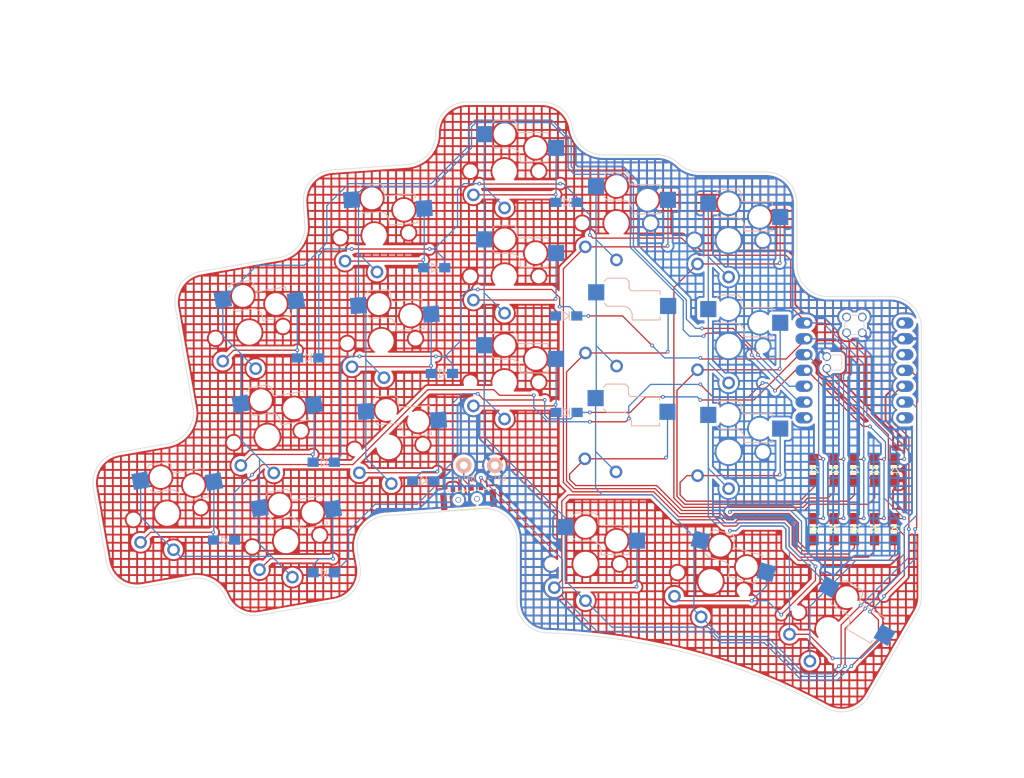
<source format=kicad_pcb>
(kicad_pcb (version 20241229) (generator "pcbnew") (generator_version "9.0")
  (layers (0 "F.Cu" signal) (2 "B.Cu" signal) (13 "F.Paste" user) (15 "B.Paste" user) (5 "F.SilkS" user "F.Silkscreen") (7 "B.SilkS" user "B.Silkscreen") (1 "F.Mask" user) (3 "B.Mask" user) (25 "Edge.Cuts" user))
  (net 0 "")
  (net 1 "VBAT_L")
  (net 2 "GND_L")
  (net 3 "Net-(DL1-A)")
  (net 4 "ROW0_L")
  (net 5 "Net-(DL2-A)")
  (net 6 "Net-(DL3-A)")
  (net 7 "Net-(DL4-A)")
  (net 8 "Net-(DL5-A)")
  (net 9 "ROW1_L")
  (net 10 "Net-(DL6-A)")
  (net 11 "Net-(DL7-A)")
  (net 12 "Net-(DL8-A)")
  (net 13 "Net-(DL9-A)")
  (net 14 "Net-(DL10-A)")
  (net 15 "ROW2_L")
  (net 16 "Net-(DL11-A)")
  (net 17 "Net-(DL12-A)")
  (net 18 "Net-(DL13-A)")
  (net 19 "Net-(DL14-A)")
  (net 20 "Net-(DL15-A)")
  (net 21 "ROW3_L")
  (net 22 "Net-(DL16-A)")
  (net 23 "Net-(DL17-A)")
  (net 24 "Net-(DL18-A)")
  (net 25 "Net-(DL19-A)")
  (net 26 "RESET_L")
  (net 27 "BAT+L")
  (net 29 "COL0_L")
  (net 30 "COL1_L")
  (net 31 "COL2_L")
  (net 32 "COL3_L")
  (net 33 "COL4_L")
  (footprint "TOTEMlib:Kailh_socket_PG1350_optional" (layer "F.Cu") (at 70.7 105.155065 10)
    (property "Reference" "SWL6" (hide yes))
    (property "Value" "SW_Push_45deg" (hide yes))
  )
  (footprint "TOTEMlib:Kailh_socket_PG1350_optional" (layer "F.Cu") (at 108.8 62.5)
    (property "Reference" "SWL3" (hide yes))
    (property "Value" "SW_Push_45deg" (hide yes))
  )
  (footprint "TOTEMlib:Kailh_socket_PG1350_optional" (layer "F.Cu") (at 108.8 96.4)
    (property "Reference" "SWL13" (hide yes))
    (property "Value" "SW_Push_45deg" (hide yes))
  )
  (footprint "TOTEMlib:Kailh_socket_PG1350_optional" (layer "F.Cu") (at 144.8 73.6)
    (property "Reference" "SWL5" (hide yes))
    (property "Value" "SW_Push_45deg" (hide yes))
  )
  (footprint "TOTEMlib:Diode_SOD123" (layer "F.Cu") (at 165 120 -90)
    (property "Reference" "DL4" (hide yes))
    (property "Value" "D_Small" (hide yes))
  )
  (footprint "TOTEMlib:Kailh_socket_PG1350_optional" (layer "F.Cu") (at 90.2 106.8 4)
    (property "Reference" "SWL12" (hide yes))
    (property "Value" "SW_Push_45deg" (hide yes))
  )
  (footprint "TOTEMlib:Kailh_socket_PG1350_optional" (layer "F.Cu") (at 54.6 117.5 10)
    (property "Reference" "SWL16" (hide yes))
    (property "Value" "SW_Push_45deg" (hide yes))
  )
  (footprint "TOTEMlib:Kailh_socket_PG1350_optional" (layer "F.Cu") (at 141.9 128.4 -15)
    (property "Reference" "SWL18" (hide yes))
    (property "Value" "SW_Push_45deg" (hide yes))
  )
  (footprint "TOTEMlib:Diode_SOD123" (layer "F.Cu") (at 168.25 110.5 -90)
    (property "Reference" "DL18" (hide yes))
    (property "Value" "D_Small" (hide yes))
  )
  (footprint "TOTEMlib:Kailh_socket_PG1350_optional" (layer "F.Cu") (at 160.8 136.1 -30)
    (property "Reference" "SWL19" (hide yes))
    (property "Value" "SW_Push_45deg" (hide yes))
  )
  (footprint "TOTEMlib:Kailh_socket_PG1350_optional" (layer "F.Cu") (at 108.8 79.4)
    (property "Reference" "SWL8" (hide yes))
    (property "Value" "SW_Push_45deg" (hide yes))
  )
  (footprint "TOTEMlib:Diode_SOD123" (layer "F.Cu") (at 171.5 110.5 -90)
    (property "Reference" "LSW1" (hide yes))
    (property "Value" "SW_Push" (hide yes))
  )
  (footprint "TOTEMlib:Kailh_socket_PG1350_optional" (layer "F.Cu") (at 67.8 88.4 10)
    (property "Reference" "SWL1" (hide yes))
    (property "Value" "SW_Push_45deg")
  )
  (footprint "TOTEMlib:Diode_SOD123" (layer "F.Cu") (at 165 110.5 -90)
    (property "Reference" "DL5" (hide yes))
    (property "Value" "D_Small" (hide yes))
  )
  (footprint "TOTEMlib:Kailh_socket_PG1350_optional" (layer "F.Cu") (at 87.9 72.8 4)
    (property "Reference" "SWL2" (hide yes))
    (property "Value" "SW_Push_45deg" (hide yes))
  )
  (footprint "TOTEMlib:Diode_SOD123" (layer "F.Cu") (at 158.5 120 -90)
    (property "Reference" "DL14" (hide yes))
    (property "Value" "D_Small" (hide yes))
  )
  (footprint "TOTEMlib:xiao-ble-smd-cutout" (layer "F.Cu") (at 165 94.5)
    (property "Reference" "U1" (hide yes))
    (property "Value" "xiao-ble" (hide yes))
    (fp_line (start -4.699 -0.7488) (end -4.699 -1.7902) (stroke (width 0.12)) (layer "Edge.Cuts"))
    (fp_line (start -4.0132 -2.476) (end -2.413 -2.476) (stroke (width 0.12)) (layer "Edge.Cuts"))
    (fp_line (start -2.413 -0.063) (end -4.0132 -0.063) (stroke (width 0.12)) (layer "Edge.Cuts"))
    (fp_line (start -2.032 -2.095) (end -2.032 -0.444) (stroke (width 0.12)) (layer "Edge.Cuts"))
    (fp_line (start -1.524 -6.4638) (end -1.524 -8.1402) (stroke (width 0.12)) (layer "Edge.Cuts"))
    (fp_line (start -0.8382 -8.826) (end 0.8382 -8.826) (stroke (width 0.12)) (layer "Edge.Cuts"))
    (fp_line (start -0.8382 -5.778) (end 0.8382 -5.778) (stroke (width 0.12)) (layer "Edge.Cuts"))
    (fp_line (start 1.524 -6.4638) (end 1.524 -8.1402) (stroke (width 0.12)) (layer "Edge.Cuts"))
    (fp_arc (start -4.699 -0.7488) (mid -4.095391 -0.666609) (end -4.0132 -0.063) (stroke (width 0.12)) (layer "Edge.Cuts"))
    (fp_arc (start -4.0132 -2.476) (mid -4.095391 -1.872391) (end -4.699 -1.7902) (stroke (width 0.12)) (layer "Edge.Cuts"))
    (fp_arc (start -2.413 -2.476) (mid -2.143592 -2.364408) (end -2.032 -2.095) (stroke (width 0.12)) (layer "Edge.Cuts"))
    (fp_arc (start -2.032 -0.444) (mid -2.143592 -0.174592) (end -2.413 -0.063) (stroke (width 0.12)) (layer "Edge.Cuts"))
    (fp_arc (start -1.524 -6.4638) (mid -0.920391 -6.381609) (end -0.8382 -5.778) (stroke (width 0.12)) (layer "Edge.Cuts"))
    (fp_arc (start -0.8382 -8.826) (mid -0.920391 -8.222391) (end -1.524 -8.1402) (stroke (width 0.12)) (layer "Edge.Cuts"))
    (fp_arc (start 0.8382 -5.778) (mid 0.920391 -6.381609) (end 1.524 -6.4638) (stroke (width 0.12)) (layer "Edge.Cuts"))
    (fp_arc (start 1.524 -8.1402) (mid 0.920391 -8.222391) (end 0.8382 -8.826) (stroke (width 0.12)) (layer "Edge.Cuts"))
  )
  (footprint "TOTEMlib:Diode_SOD123" (layer "F.Cu") (at 161.75 120 -90)
    (property "Reference" "DL9" (hide yes))
    (property "Value" "D_Small" (hide yes))
  )
  (footprint "TOTEMlib:Diode_SOD123" (layer "F.Cu") (at 168.25 120 -90)
    (property "Reference" "DL17" (hide yes))
    (property "Value" "D_Small" (hide yes))
  )
  (footprint "TOTEMlib:Diode_SOD123" (layer "F.Cu") (at 171.5 120 -90)
    (property "Reference" "DL19" (hide yes))
    (property "Value" "D_Small" (hide yes))
  )
  (footprint "TOTEMlib:MSK12C02" (layer "F.Cu") (at 99.225123 116.841971 94)
    (property "Reference" "LSW2" (hide yes))
    (property "Value" "SW_SPDT" (hide yes))
  )
  (footprint "TOTEMlib:Kailh_socket_PG1350_optional" (layer "F.Cu") (at 144.8 107.6)
    (property "Reference" "SWL15" (hide yes))
    (property "Value" "SW_Push_45deg" (hide yes))
  )
  (footprint "TOTEMlib:Diode_SOD123" (layer "F.Cu") (at 158.5 110.5 -90)
    (property "Reference" "DL15" (hide yes))
    (property "Value" "D_Small" (hide yes))
  )
  (footprint "TOTEMlib:BatteryPad" (layer "F.Cu") (at 102.25 109.75)
    (property "Reference" "BAT+1L1" (hide yes))
    (property "Value" "BAT+L")
  )
  (footprint "TOTEMlib:BatteryPad" (layer "F.Cu") (at 107.25 109.75)
    (property "Reference" "BAT-1L1" (hide yes))
    (property "Value" "BAT-L")
  )
  (footprint "TOTEMlib:Kailh_socket_PG1350_optional" (layer "F.Cu") (at 126.8 87.9)
    (property "Reference" "SWL9" (hide yes))
    (property "Value" "SW_Push_45deg" (hide yes))
  )
  (footprint "TOTEMlib:Kailh_socket_PG1350_optional" (layer "F.Cu") (at 126.7 104.9)
    (property "Reference" "SWL14" (hide yes))
    (property "Value" "SW_Push_45deg" (hide yes))
  )
  (footprint "TOTEMlib:Diode_SOD123" (layer "F.Cu") (at 161.75 110.5 -90)
    (property "Reference" "DL10" (hide yes))
    (property "Value" "D_Small" (hide yes))
  )
  (footprint "TOTEMlib:Kailh_socket_PG1350_optional" (layer "F.Cu") (at 73.7 121.9 10)
    (property "Reference" "SWL11" (hide yes))
    (property "Value" "SW_Push_45deg" (hide yes))
  )
  (footprint "TOTEMlib:Kailh_socket_PG1350_optional" (layer "F.Cu") (at 144.8 90.6)
    (property "Reference" "SWL10" (hide yes))
    (property "Value" "SW_Push_45deg" (hide yes))
  )
  (footprint "TOTEMlib:Kailh_socket_PG1350_optional" (layer "F.Cu") (at 126.775 70.85)
    (property "Reference" "SWL4" (hide yes))
    (property "Value" "SW_Push_45deg" (hide yes))
  )
  (footprint "TOTEMlib:Kailh_socket_PG1350_optional" (layer "F.Cu") (at 121.8 125.6)
    (property "Reference" "SWL17" (hide yes))
    (property "Value" "SW_Push_45deg" (hide yes))
  )
  (footprint "TOTEMlib:Kailh_socket_PG1350_optional" (layer "F.Cu") (at 89.013398 89.783661 4)
    (property "Reference" "SWL7" (hide yes))
    (property "Value" "SW_Push_45deg" (hide yes))
  )
  (footprint "TOTEMlib:Diode_SOD123" (layer "B.Cu") (at 79.75 109.25 180)
    (property "Reference" "DL6" (hide yes))
    (property "Value" "D_Small" (hide yes))
  )
  (footprint "TOTEMlib:Diode_SOD123" (layer "B.Cu") (at 63.75 121.75 180)
    (property "Reference" "DL16" (hide yes))
    (property "Value" "D_Small" (hide yes))
  )
  (footprint "TOTEMlib:Diode_SOD123" (layer "B.Cu") (at 118.75 67.5 180)
    (property "Reference" "DL3" (hide yes))
    (property "Value" "D_Small" (hide yes))
  )
  (footprint "TOTEMlib:Diode_SOD123" (layer "B.Cu") (at 97.5 78 180)
    (property "Reference" "DL2" (hide yes))
    (property "Value" "D_Small" (hide yes))
  )
  (footprint "TOTEMlib:Diode_SOD123" (layer "B.Cu") (at 79.75 127 180)
    (property "Reference" "DL11" (hide yes))
    (property "Value" "D_Small" (hide yes))
  )
  (footprint "TOTEMlib:Diode_SOD123" (layer "B.Cu") (at 77.25 92.5 180)
    (property "Reference" "DL1" (hide yes))
    (property "Value" "D_Small" (hide yes))
  )
  (footprint "TOTEMlib:Diode_SOD123" (layer "B.Cu") (at 118.7 85.75 180)
    (property "Reference" "DL8" (hide yes))
    (property "Value" "D_Small" (hide yes))
  )
  (footprint "TOTEMlib:Diode_SOD123" (layer "B.Cu") (at 98.75 95 180)
    (property "Reference" "DL7" (hide yes))
    (property "Value" "D_Small" (hide yes))
  )
  (footprint "TOTEMlib:Diode_SOD123" (layer "B.Cu") (at 118.75 101.25 180)
    (property "Reference" "DL13" (hide yes))
    (property "Value" "D_Small" (hide yes))
  )
  (footprint "TOTEMlib:Diode_SOD123" (layer "B.Cu") (at 95.75 112.25 180)
    (property "Reference" "DL12" (hide yes))
    (property "Value" "D_Small" (hide yes))
  )
  (gr_arc (start 97.766506 56.379265) (mid 99.230972 52.843731) (end 102.766506 51.379265) (stroke (width 0.1)) (layer "Edge.Cuts"))
  (gr_arc (start 115.627035 136.668177) (mid 138.805336 140.05972) (end 160.558695 148.750381) (stroke (width 0.1)) (layer "Edge.Cuts"))
  (gr_line (start 72.59734 76.377762) (end 59.960863 78.605914) (stroke (width 0.1)) (layer "Edge.Cuts"))
  (gr_arc (start 85.170084 123.675433) (mid 86.154074 119.728849) (end 89.74539 117.819312) (stroke (width 0.1)) (layer "Edge.Cuts"))
  (gr_line (start 175.766506 130.808756) (end 175.766506 87.629265) (stroke (width 0.1)) (layer "Edge.Cuts"))
  (gr_arc (start 167.274877 146.856435) (mid 164.301809 149.168753) (end 160.558695 148.750381) (stroke (width 0.1)) (layer "Edge.Cuts"))
  (gr_arc (start 170.766507 82.629265) (mid 174.30204 84.093731) (end 175.766506 87.629265) (stroke (width 0.1)) (layer "Edge.Cuts"))
  (gr_line (start 167.274877 146.856435) (end 175.096632 133.308758) (stroke (width 0.1)) (layer "Edge.Cuts"))
  (gr_arc (start 58.740077 100.47637) (mid 57.911804 104.212434) (end 54.684351 106.268542) (stroke (width 0.1)) (layer "Edge.Cuts"))
  (gr_arc (start 115.627035 136.668177) (mid 112.182002 135.155997) (end 110.766506 131.670123) (stroke (width 0.1)) (layer "Edge.Cuts"))
  (gr_line (start 170.766507 82.629265) (end 160.766506 82.629265) (stroke (width 0.1)) (layer "Edge.Cuts"))
  (gr_arc (start 69.415059 133.802774) (mid 66.17831 133.282168) (end 63.959773 130.868555) (stroke (width 0.1)) (layer "Edge.Cuts"))
  (gr_line (start 150.766506 62.629265) (end 140.188836 62.629265) (stroke (width 0.1)) (layer "Edge.Cuts"))
  (gr_line (start 50.626049 129.323516) (end 58.504582 127.934319) (stroke (width 0.1)) (layer "Edge.Cuts"))
  (gr_line (start 93.115242 61.446917) (end 81.112511 62.28623) (stroke (width 0.1)) (layer "Edge.Cuts"))
  (gr_arc (start 124.653366 59.879265) (mid 121.393765 58.670703) (end 119.709936 55.629265) (stroke (width 0.1)) (layer "Edge.Cuts"))
  (gr_line (start 76.47343 67.622882) (end 76.716925 71.105008) (stroke (width 0.1)) (layer "Edge.Cuts"))
  (gr_arc (start 175.766506 130.808756) (mid 175.596135 132.102852) (end 175.096632 133.308758) (stroke (width 0.1)) (layer "Edge.Cuts"))
  (gr_line (start 89.74539 117.819307) (end 105.417727 116.72339) (stroke (width 0.1)) (layer "Edge.Cuts"))
  (gr_line (start 42.75 113.45) (end 44.836526 125.283275) (stroke (width 0.1)) (layer "Edge.Cuts"))
  (gr_line (start 55.905063 84.398207) (end 58.740077 100.47637) (stroke (width 0.1)) (layer "Edge.Cuts"))
  (gr_arc (start 85.558657 125.87914) (mid 84.730385 129.615236) (end 81.50285 131.671371) (stroke (width 0.1)) (layer "Edge.Cuts"))
  (gr_line (start 59.960864 78.605922) (end 59.960863 78.605914) (stroke (width 0.1)) (layer "Edge.Cuts"))
  (gr_arc (start 150.766506 62.629265) (mid 154.30204 64.093731) (end 155.766506 67.629265) (stroke (width 0.1)) (layer "Edge.Cuts"))
  (gr_line (start 133.301366 59.879265) (end 124.653366 59.879265) (stroke (width 0.1)) (layer "Edge.Cuts"))
  (gr_line (start 97.766506 56.379265) (end 97.766506 56.459045) (stroke (width 0.1)) (layer "Edge.Cuts"))
  (gr_arc (start 160.766506 82.629265) (mid 157.230972 81.164799) (end 155.766506 77.629264) (stroke (width 0.1)) (layer "Edge.Cuts"))
  (gr_arc (start 114.766506 51.379265) (mid 118.026107 52.587827) (end 119.709936 55.629265) (stroke (width 0.1)) (layer "Edge.Cuts"))
  (gr_line (start 114.766506 51.379265) (end 102.766506 51.379265) (stroke (width 0.1)) (layer "Edge.Cuts"))
  (gr_arc (start 140.188836 62.629265) (mid 138.334801 62.272811) (end 136.745108 61.254265) (stroke (width 0.1)) (layer "Edge.Cuts"))
  (gr_arc (start 105.417727 116.72339) (mid 109.176499 118.054442) (end 110.766506 121.71121) (stroke (width 0.1)) (layer "Edge.Cuts"))
  (gr_arc (start 58.504582 127.934319) (mid 61.74127 128.454909) (end 63.959773 130.868555) (stroke (width 0.1)) (layer "Edge.Cuts"))
  (gr_arc (start 55.905063 84.398207) (mid 56.733345 80.662077) (end 59.960864 78.605922) (stroke (width 0.1)) (layer "Edge.Cuts"))
  (gr_arc (start 76.47343 67.622882) (mid 77.687706 63.993778) (end 81.112511 62.28623) (stroke (width 0.1)) (layer "Edge.Cuts"))
  (gr_arc (start 50.626049 129.323516) (mid 46.889927 128.495243) (end 44.836526 125.283275) (stroke (width 0.1)) (layer "Edge.Cuts"))
  (gr_arc (start 97.766506 56.459045) (mid 96.423264 59.869068) (end 93.115242 61.446917) (stroke (width 0.1)) (layer "Edge.Cuts"))
  (gr_arc (start 42.75 113.45) (mid 43.578276 109.713898) (end 46.805801 107.657744) (stroke (width 0.1)) (layer "Edge.Cuts"))
  (gr_line (start 110.766506 121.71121) (end 110.766506 131.670123) (stroke (width 0.1)) (layer "Edge.Cuts"))
  (gr_arc (start 133.301366 59.879265) (mid 135.155413 60.23572) (end 136.745108 61.254265) (stroke (width 0.1)) (layer "Edge.Cuts"))
  (gr_arc (start 76.716925 71.105008) (mid 75.66917 74.532054) (end 72.59734 76.377762) (stroke (width 0.1)) (layer "Edge.Cuts"))
  (gr_line (start 69.415059 133.802774) (end 81.50285 131.671371) (stroke (width 0.1)) (layer "Edge.Cuts"))
  (gr_line (start 85.558657 125.87914) (end 85.170084 123.675433) (stroke (width 0.1)) (layer "Edge.Cuts"))
  (gr_line (start 54.684351 106.268542) (end 46.805801 107.657744) (stroke (width 0.1)) (layer "Edge.Cuts"))
  (gr_line (start 155.766506 77.629264) (end 155.766506 67.629265) (stroke (width 0.1)) (layer "Edge.Cuts"))
  (gr_line (start 89.74539 117.819312) (end 89.74539 117.819307) (stroke (width 0.1)) (layer "Edge.Cuts"))
  (segment (start 102.25 109.75) (end 102.25 112.094921) (width 0.2) (layer "F.Cu") (net 1))
  (segment (start 102.25 112.094921) (end 103.490941 113.335862) (width 0.2) (layer "F.Cu") (net 1))
  (segment (start 65.296334 91.25) (end 74.25 91.25) (width 0.2) (layer "F.Cu") (net 3))
  (segment (start 74.25 91.25) (end 75.5 91.25) (width 0.2) (layer "F.Cu") (net 3))
  (segment (start 63.535824 93.01051) (end 65.296334 91.25) (width 0.2) (layer "F.Cu") (net 3))
  (via (at 75.5 91.25) (size 0.6) (drill 0.3) (layers "F.Cu" "B.Cu") (net 3))
  (segment (start 75.5 92.45) (end 75.55 92.5) (width 0.2) (layer "B.Cu") (net 3))
  (segment (start 75.5 83.471929) (end 75.298103 83.270032) (width 0.2) (layer "B.Cu") (net 3))
  (segment (start 75.5 91.25) (end 75.5 83.471929) (width 0.2) (layer "B.Cu") (net 3))
  (segment (start 75.5 91.25) (end 75.5 92.45) (width 0.2) (layer "B.Cu") (net 3))
  (segment (start 117.6845 64.5655) (end 117.75 64.5) (width 0.2) (layer "F.Cu") (net 4))
  (segment (start 84.25 75) (end 96.75 75) (width 0.2) (layer "F.Cu") (net 4))
  (segment (start 104.8155 64.5655) (end 117.6845 64.5655) (width 0.2) (layer "F.Cu") (net 4))
  (segment (start 137.250257 73.25) (end 140.000257 76) (width 0.2) (layer "F.Cu") (net 4))
  (segment (start 165 108.8) (end 166.45 108.8) (width 0.2) (layer "F.Cu") (net 4))
  (segment (start 165 118.3) (end 166.45 118.3) (width 0.2) (layer "F.Cu") (net 4))
  (segment (start 166.45 118.3) (end 166.5 118.25) (width 0.2) (layer "F.Cu") (net 4))
  (segment (start 154.75 76.75) (end 154.75 84.25) (width 0.2) (layer "F.Cu") (net 4))
  (segment (start 166.45 108.8) (end 166.5 108.75) (width 0.2) (layer "F.Cu") (net 4))
  (segment (start 122.5 72.75) (end 123 73.25) (width 0.2) (layer "F.Cu") (net 4))
  (segment (start 123 73.25) (end 137.250257 73.25) (width 0.2) (layer "F.Cu") (net 4))
  (segment (start 154 76) (end 154.75 76.75) (width 0.2) (layer "F.Cu") (net 4))
  (segment (start 104.75 64.5) (end 104.8155 64.5655) (width 0.2) (layer "F.Cu") (net 4))
  (segment (start 140.000257 76) (end 154 76) (width 0.2) (layer "F.Cu") (net 4))
  (segment (start 154.75 84.25) (end 157.38 86.88) (width 0.2) (layer "F.Cu") (net 4))
  (via (at 96.75 75) (size 0.6) (drill 0.3) (layers "F.Cu" "B.Cu") (net 4))
  (via (at 166.5 108.75) (size 0.6) (drill 0.3) (layers "F.Cu" "B.Cu") (net 4))
  (via (at 117.75 64.5) (size 0.6) (drill 0.3) (layers "F.Cu" "B.Cu") (net 4))
  (via (at 166.5 118.25) (size 0.6) (drill 0.3) (layers "F.Cu" "B.Cu") (net 4))
  (via (at 104.75 64.5) (size 0.6) (drill 0.3) (layers "F.Cu" "B.Cu") (net 4))
  (via (at 84.25 75) (size 0.6) (drill 0.3) (layers "F.Cu" "B.Cu") (net 4))
  (via (at 122.5 72.75) (size 0.6) (drill 0.3) (layers "F.Cu" "B.Cu") (net 4))
  (segment (start 97.5 75) (end 101.25 71.25) (width 0.2) (layer "B.Cu") (net 4))
  (segment (start 122.5 69.55) (end 122.5 72.75) (width 0.2) (layer "B.Cu") (net 4))
  (segment (start 78.95 76.05) (end 80 75) (width 0.2) (layer "B.Cu") (net 4))
  (segment (start 80 75) (end 84.25 75) (width 0.2) (layer "B.Cu") (net 4))
  (segment (start 102.25 64.5) (end 104.75 64.5) (width 0.2) (layer "B.Cu") (net 4))
  (segment (start 118.25 64.5) (end 120.45 66.7) (width 0.2) (layer "B.Cu") (net 4))
  (segment (start 166.5 93.4329) (end 159.9471 86.88) (width 0.2) (layer "B.Cu") (net 4))
  (segment (start 117.75 64.5) (end 118.25 64.5) (width 0.2) (layer "B.Cu") (net 4))
  (segment (start 101.25 71.25) (end 101.25 65.5) (width 0.2) (layer "B.Cu") (net 4))
  (segment (start 120.45 67.5) (end 122.5 69.55) (width 0.2) (layer "B.Cu") (net 4))
  (segment (start 159.9471 86.88) (end 157.38 86.88) (width 0.2) (layer "B.Cu") (net 4))
  (segment (start 166.5 108.75) (end 166.5 93.4329) (width 0.2) (layer "B.Cu") (net 4))
  (segment (start 96.75 75) (end 97.5 75) (width 0.2) (layer "B.Cu") (net 4))
  (segment (start 78.95 92.5) (end 78.95 76.05) (width 0.2) (layer "B.Cu") (net 4))
  (segment (start 101.25 65.5) (end 102.25 64.5) (width 0.2) (layer "B.Cu") (net 4))
  (segment (start 97.5 75) (end 99.2 76.7) (width 0.2) (layer "B.Cu") (net 4))
  (segment (start 99.2 76.7) (end 99.2 78) (width 0.2) (layer "B.Cu") (net 4))
  (segment (start 166.5 118.25) (end 166.5 108.75) (width 0.2) (layer "B.Cu") (net 4))
  (segment (start 120.45 66.7) (end 120.45 67.5) (width 0.2) (layer "B.Cu") (net 4))
  (segment (start 83.177254 76.939526) (end 95.560474 76.939526) (width 0.2) (layer "F.Cu") (net 5))
  (segment (start 95.560474 76.939526) (end 95.75 76.75) (width 0.2) (layer "F.Cu") (net 5))
  (via (at 95.75 76.75) (size 0.6) (drill 0.3) (layers "F.Cu" "B.Cu") (net 5))
  (segment (start 95.75 77.95) (end 95.8 78) (width 0.2) (layer "B.Cu") (net 5))
  (segment (start 95.893256 76.606744) (end 95.893256 68.4819) (width 0.2) (layer "B.Cu") (net 5))
  (segment (start 95.75 76.75) (end 95.893256 76.606744) (width 0.2) (layer "B.Cu") (net 5))
  (segment (start 95.75 76.75) (end 95.75 77.95) (width 0.2) (layer "B.Cu") (net 5))
  (segment (start 95.75 76.75) (end 95.8 76.8) (width 0.2) (layer "B.Cu") (net 5))
  (segment (start 116.95 66.3) (end 117 66.25) (width 0.2) (layer "F.Cu") (net 6))
  (segment (start 103.8 66.3) (end 116.95 66.3) (width 0.2) (layer "F.Cu") (net 6))
  (via (at 117 66.25) (size 0.6) (drill 0.3) (layers "F.Cu" "B.Cu") (net 6))
  (segment (start 117.075 66.175) (end 117.075 58.75) (width 0.2) (layer "B.Cu") (net 6))
  (segment (start 117 66.25) (end 117.05 66.3) (width 0.2) (layer "B.Cu") (net 6))
  (segment (start 117 66.25) (end 117.075 66.175) (width 0.2) (layer "B.Cu") (net 6))
  (segment (start 117 67.45) (end 117.05 67.5) (width 0.2) (layer "B.Cu") (net 6))
  (segment (start 117 66.25) (end 117 67.45) (width 0.2) (layer "B.Cu") (net 6))
  (segment (start 155 122.5) (end 155 119.5) (width 0.2) (layer "F.Cu") (net 7))
  (segment (start 118.25 78.175) (end 121.775 74.65) (width 0.2) (layer "F.Cu") (net 7))
  (segment (start 119.75 114) (end 118.25 112.5) (width 0.2) (layer "F.Cu") (net 7))
  (segment (start 121.775 74.65) (end 134.85 74.65) (width 0.2) (layer "F.Cu") (net 7))
  (segment (start 165 123) (end 164 124) (width 0.2) (layer "F.Cu") (net 7))
  (segment (start 136.75 118) (end 132.75 114) (width 0.2) (layer "F.Cu") (net 7))
  (segment (start 155 119.5) (end 154 118.5) (width 0.2) (layer "F.Cu") (net 7))
  (segment (start 156.5 124) (end 155 122.5) (width 0.2) (layer "F.Cu") (net 7))
  (segment (start 132.75 114) (end 119.75 114) (width 0.2) (layer "F.Cu") (net 7))
  (segment (start 165 121.7) (end 165 123) (width 0.2) (layer "F.Cu") (net 7))
  (segment (start 145.75 119) (end 144.25 119) (width 0.2) (layer "F.Cu") (net 7))
  (segment (start 154 118.5) (end 146.25 118.5) (width 0.2) (layer "F.Cu") (net 7))
  (segment (start 164 124) (end 156.5 124) (width 0.2) (layer "F.Cu") (net 7))
  (segment (start 143.25 118) (end 136.75 118) (width 0.2) (layer "F.Cu") (net 7))
  (segment (start 134.85 74.65) (end 135 74.5) (width 0.2) (layer "F.Cu") (net 7))
  (segment (start 146.25 118.5) (end 145.75 119) (width 0.2) (layer "F.Cu") (net 7))
  (segment (start 144.25 119) (end 143.25 118) (width 0.2) (layer "F.Cu") (net 7))
  (segment (start 118.25 112.5) (end 118.25 78.175) (width 0.2) (layer "F.Cu") (net 7))
  (via (at 135 74.5) (size 0.6) (drill 0.3) (layers "F.Cu" "B.Cu") (net 7))
  (segment (start 135 74.5) (end 135.05 74.45) (width 0.2) (layer "B.Cu") (net 7))
  (segment (start 135.05 74.45) (end 135.05 67.1) (width 0.2) (layer "B.Cu") (net 7))
  (segment (start 137.5 116.5) (end 136 115) (width 0.2) (layer "F.Cu") (net 8))
  (segment (start 136 81.2) (end 139.8 77.4) (width 0.2) (layer "F.Cu") (net 8))
  (segment (start 156.75 116.5) (end 137.5 116.5) (width 0.2) (layer "F.Cu") (net 8))
  (segment (start 136 115) (end 136 81.2) (width 0.2) (layer "F.Cu") (net 8))
  (segment (start 152.85 77.4) (end 153 77.25) (width 0.2) (layer "F.Cu") (net 8))
  (segment (start 165 112.2) (end 165 114.5) (width 0.2) (layer "F.Cu") (net 8))
  (segment (start 165 114.5) (end 164 115.5) (width 0.2) (layer "F.Cu") (net 8))
  (segment (start 157.75 115.5) (end 156.75 116.5) (width 0.2) (layer "F.Cu") (net 8))
  (segment (start 164 115.5) (end 157.75 115.5) (width 0.2) (layer "F.Cu") (net 8))
  (segment (start 139.8 77.4) (end 152.85 77.4) (width 0.2) (layer "F.Cu") (net 8))
  (via (at 153 77.25) (size 0.6) (drill 0.3) (layers "F.Cu" "B.Cu") (net 8))
  (segment (start 153 77.25) (end 153.075 77.175) (width 0.2) (layer "B.Cu") (net 8))
  (segment (start 153.075 77.175) (end 153.075 69.85) (width 0.2) (layer "B.Cu") (net 8))
  (segment (start 154.02603 92.6655) (end 157.27153 89.42) (width 0.2) (layer "F.Cu") (net 9))
  (segment (start 104.5 81.5) (end 116.349943 81.5) (width 0.2) (layer "F.Cu") (net 9))
  (segment (start 161.75 108.8) (end 163.2 108.8) (width 0.2) (layer "F.Cu") (net 9))
  (segment (start 161.75 118.3) (end 163.2 118.3) (width 0.2) (layer "F.Cu") (net 9))
  (segment (start 163.2 108.8) (end 163.25 108.75) (width 0.2) (layer "F.Cu") (net 9))
  (segment (start 140.25 92.5) (end 140.4155 92.6655) (width 0.2) (layer "F.Cu") (net 9))
  (segment (start 122.25 85.75) (end 127.75 85.75) (width 0.2) (layer "F.Cu") (net 9))
  (segment (start 163.2 118.3) (end 163.25 118.25) (width 0.2) (layer "F.Cu") (net 9))
  (segment (start 117.65 82.800057) (end 117.65 84.25) (width 0.2) (layer "F.Cu") (net 9))
  (segment (start 157.27153 89.42) (end 157.38 89.42) (width 0.2) (layer "F.Cu") (net 9))
  (segment (start 140.4155 92.6655) (end 154.02603 92.6655) (width 0.2) (layer "F.Cu") (net 9))
  (segment (start 127.75 85.75) (end 132.5 90.5) (width 0.2) (layer "F.Cu") (net 9))
  (segment (start 85.5 92.25) (end 97.75 92.25) (width 0.2) (layer "F.Cu") (net 9))
  (segment (start 116.349943 81.5) (end 117.65 82.800057) (width 0.2) (layer "F.Cu") (net 9))
  (via (at 163.25 108.75) (size 0.6) (drill 0.3) (layers "F.Cu" "B.Cu") (net 9))
  (via (at 117.65 84.25) (size 0.6) (drill 0.3) (layers "F.Cu" "B.Cu") (net 9))
  (via (at 132.5 90.5) (size 0.6) (drill 0.3) (layers "F.Cu" "B.Cu") (net 9))
  (via (at 163.25 118.25) (size 0.6) (drill 0.3) (layers "F.Cu" "B.Cu") (net 9))
  (via (at 97.75 92.25) (size 0.6) (drill 0.3) (layers "F.Cu" "B.Cu") (net 9))
  (via (at 104.5 81.5) (size 0.6) (drill 0.3) (layers "F.Cu" "B.Cu") (net 9))
  (via (at 122.25 85.75) (size 0.6) (drill 0.3) (layers "F.Cu" "B.Cu") (net 9))
  (via (at 85.5 92.25) (size 0.6) (drill 0.3) (layers "F.Cu" "B.Cu") (net 9))
  (via (at 140.25 92.5) (size 0.6) (drill 0.3) (layers "F.Cu" "B.Cu") (net 9))
  (segment (start 99.25 92.25) (end 100.45 93.45) (width 0.2) (layer "B.Cu") (net 9))
  (segment (start 120.4 85.4) (end 120.4 85.75) (width 0.2) (layer "B.Cu") (net 9))
  (segment (start 120.4 85.75) (end 122.25 85.75) (width 0.2) (layer "B.Cu") (net 9))
  (segment (start 163.25 108.75) (end 163.25 95.25) (width 0.2) (layer "B.Cu") (net 9))
  (segment (start 163.75 91.25) (end 161.92 89.42) (width 0.2) (layer "B.Cu") (net 9))
  (segment (start 117.65 84.25) (end 119.25 84.25) (width 0.2) (layer "B.Cu") (net 9))
  (segment (start 101.75 89.75) (end 101.75 82.75) (width 0.2) (layer "B.Cu") (net 9))
  (segment (start 82.5 108.2) (end 82.5 93.25) (width 0.2) (layer "B.Cu") (net 9))
  (segment (start 163.25 95.25) (end 163.75 94.75) (width 0.2) (layer "B.Cu") (net 9))
  (segment (start 100.45 93.45) (end 100.45 95) (width 0.2) (layer "B.Cu") (net 9))
  (segment (start 103 81.5) (end 104.5 81.5) (width 0.2) (layer "B.Cu") (net 9))
  (segment (start 83.5 92.25) (end 85.5 92.25) (width 0.2) (layer "B.Cu") (net 9))
  (segment (start 134.5 92.5) (end 140.25 92.5) (width 0.2) (layer "B.Cu") (net 9))
  (segment (start 100 91.5) (end 101.75 89.75) (width 0.2) (layer "B.Cu") (net 9))
  (segment (start 101.75 82.75) (end 102.75 81.75) (width 0.2) (layer "B.Cu") (net 9))
  (segment (start 81.45 109.25) (end 82.5 108.2) (width 0.2) (layer "B.Cu") (net 9))
  (segment (start 161.92 89.42) (end 157.38 89.42) (width 0.2) (layer "B.Cu") (net 9))
  (segment (start 99.25 92.25) (end 100 91.5) (width 0.2) (layer "B.Cu") (net 9))
  (segment (start 163.25 118.25) (end 163.25 108.75) (width 0.2) (layer "B.Cu") (net 9))
  (segment (start 163.75 94.75) (end 163.75 91.25) (width 0.2) (layer "B.Cu") (net 9))
  (segment (start 97.75 92.25) (end 99.25 92.25) (width 0.2) (layer "B.Cu") (net 9))
  (segment (start 119.25 84.25) (end 120.4 85.4) (width 0.2) (layer "B.Cu") (net 9))
  (segment (start 82.5 93.25) (end 83.5 92.25) (width 0.2) (layer "B.Cu") (net 9))
  (segment (start 102.75 81.75) (end 103 81.5) (width 0.2) (layer "B.Cu") (net 9))
  (segment (start 132.5 90.5) (end 134.5 92.5) (width 0.2) (layer "B.Cu") (net 9))
  (segment (start 68.2014 108) (end 78 108) (width 0.2) (layer "F.Cu") (net 10))
  (segment (start 66.435825 109.765575) (end 68.2014 108) (width 0.2) (layer "F.Cu") (net 10))
  (via (at 78 108) (size 0.6) (drill 0.3) (layers "F.Cu" "B.Cu") (net 10))
  (segment (start 78 108) (end 78 109.2) (width 0.2) (layer "B.Cu") (net 10))
  (segment (start 78.198103 107.801897) (end 78.198103 100.025097) (width 0.2) (layer "B.Cu") (net 10))
  (segment (start 78 109.2) (end 78.05 109.25) (width 0.2) (layer "B.Cu") (net 10))
  (segment (start 78 108) (end 78.198103 107.801897) (width 0.2) (layer "B.Cu") (net 10))
  (segment (start 84.290652 93.923187) (end 96.826813 93.923187) (width 0.2) (layer "F.Cu") (net 11))
  (segment (start 96.826813 93.923187) (end 97 93.75) (width 0.2) (layer "F.Cu") (net 11))
  (via (at 97 93.75) (size 0.6) (drill 0.3) (layers "F.Cu" "B.Cu") (net 11))
  (segment (start 97 93.75) (end 97 94.95) (width 0.2) (layer "B.Cu") (net 11))
  (segment (start 97 94.95) (end 97.05 95) (width 0.2) (layer "B.Cu") (net 11))
  (segment (start 97 93.75) (end 97.006654 93.743346) (width 0.2) (layer "B.Cu") (net 11))
  (segment (start 97.006654 93.743346) (end 97.006654 85.465561) (width 0.2) (layer "B.Cu") (net 11))
  (segment (start 103.8 83.2) (end 116.8 83.2) (width 0.2) (layer "F.Cu") (net 12))
  (segment (start 116.8 83.2) (end 117 83) (width 0.2) (layer "F.Cu") (net 12))
  (via (at 117 83) (size 0.6) (drill 0.3) (layers "F.Cu" "B.Cu") (net 12))
  (segment (start 117.075 82.925) (end 117.075 75.65) (width 0.2) (layer "B.Cu") (net 12))
  (segment (start 117 83) (end 117.075 82.925) (width 0.2) (layer "B.Cu") (net 12))
  (segment (start 120 113.5) (end 118.75 112.25) (width 0.2) (layer "F.Cu") (net 13))
  (segment (start 134.8 91.7) (end 135 91.5) (width 0.2) (layer "F.Cu") (net 13))
  (segment (start 118.75 112.25) (end 118.75 94.75) (width 0.2) (layer "F.Cu") (net 13))
  (segment (start 137 117.5) (end 133 113.5) (width 0.2) (layer "F.Cu") (net 13))
  (segment (start 145.5 118.5) (end 144.5 118.5) (width 0.2) (layer "F.Cu") (net 13))
  (segment (start 155.5 122.25) (end 155.5 119.25) (width 0.2) (layer "F.Cu") (net 13))
  (segment (start 161.75 121.7) (end 161.75 122.5) (width 0.2) (layer "F.Cu") (net 13))
  (segment (start 133 113.5) (end 120 113.5) (width 0.2) (layer "F.Cu") (net 13))
  (segment (start 160.75 123.5) (end 156.75 123.5) (width 0.2) (layer "F.Cu") (net 13))
  (segment (start 121.8 91.7) (end 134.8 91.7) (width 0.2) (layer "F.Cu") (net 13))
  (segment (start 161.75 122.5) (end 160.75 123.5) (width 0.2) (layer "F.Cu") (net 13))
  (segment (start 156.75 123.5) (end 155.5 122.25) (width 0.2) (layer "F.Cu") (net 13))
  (segment (start 118.75 94.75) (end 121.8 91.7) (width 0.2) (layer "F.Cu") (net 13))
  (segment (start 154.25 118) (end 146 118) (width 0.2) (layer "F.Cu") (net 13))
  (segment (start 155.5 119.25) (end 154.25 118) (width 0.2) (layer "F.Cu") (net 13))
  (segment (start 143.5 117.5) (end 137 117.5) (width 0.2) (layer "F.Cu") (net 13))
  (segment (start 146 118) (end 145.5 118.5) (width 0.2) (layer "F.Cu") (net 13))
  (segment (start 144.5 118.5) (end 143.5 117.5) (width 0.2) (layer "F.Cu") (net 13))
  (via (at 135 91.5) (size 0.6) (drill 0.3) (layers "F.Cu" "B.Cu") (net 13))
  (segment (start 135.075 91.425) (end 135.075 84.15) (width 0.2) (layer "B.Cu") (net 13))
  (segment (start 135 91.5) (end 135.075 91.425) (width 0.2) (layer "B.Cu") (net 13))
  (segment (start 157.5 115) (end 156.5 116) (width 0.2) (layer "F.Cu") (net 14))
  (segment (start 161.75 112.2) (end 161.75 114) (width 0.2) (layer "F.Cu") (net 14))
  (segment (start 160.75 115) (end 157.5 115) (width 0.2) (layer "F.Cu") (net 14))
  (segment (start 156.5 116) (end 137.75 116) (width 0.2) (layer "F.Cu") (net 14))
  (segment (start 152.85 94.4) (end 153 94.25) (width 0.2) (layer "F.Cu") (net 14))
  (segment (start 139.8 94.4) (end 152.85 94.4) (width 0.2) (layer "F.Cu") (net 14))
  (segment (start 137.75 116) (end 136.5 114.75) (width 0.2) (layer "F.Cu") (net 14))
  (segment (start 136.5 97.7) (end 139.8 94.4) (width 0.2) (layer "F.Cu") (net 14))
  (segment (start 161.75 114) (end 160.75 115) (width 0.2) (layer "F.Cu") (net 14))
  (segment (start 136.5 114.75) (end 136.5 97.7) (width 0.2) (layer "F.Cu") (net 14))
  (via (at 153 94.25) (size 0.6) (drill 0.3) (layers "F.Cu" "B.Cu") (net 14))
  (segment (start 153 94.25) (end 153.075 94.175) (width 0.2) (layer "B.Cu") (net 14))
  (segment (start 153.075 94.175) (end 153.075 86.85) (width 0.2) (layer "B.Cu") (net 14))
  (segment (start 158.5 108.8) (end 159.95 108.8) (width 0.2) (layer "F.Cu") (net 15))
  (segment (start 140.25 99.25) (end 148.849943 99.25) (width 0.2) (layer "F.Cu") (net 15))
  (segment (start 122.5 101.25) (end 128.982291 101.25) (width 0.2) (layer "F.Cu") (net 15))
  (segment (start 104.5 98.25) (end 105.5 99.25) (width 0.2) (layer "F.Cu") (net 15))
  (segment (start 128.982291 101.25) (end 131.482291 98.75) (width 0.2) (layer "F.Cu") (net 15))
  (segment (start 158.5 118.3) (end 159.95 118.3) (width 0.2) (layer "F.Cu") (net 15))
  (segment (start 156.139943 91.96) (end 157.38 91.96) (width 0.2) (layer "F.Cu") (net 15))
  (segment (start 159.95 108.8) (end 160 108.75) (width 0.2) (layer "F.Cu") (net 15))
  (segment (start 148.849943 99.25) (end 156.139943 91.96) (width 0.2) (layer "F.Cu") (net 15))
  (segment (start 105.5 99.25) (end 115.25 99.25) (width 0.2) (layer "F.Cu") (net 15))
  (segment (start 131.482291 98.75) (end 134.25 98.75) (width 0.2) (layer "F.Cu") (net 15))
  (segment (start 159.95 118.3) (end 160 118.25) (width 0.2) (layer "F.Cu") (net 15))
  (via (at 160 118.25) (size 0.6) (drill 0.3) (layers "F.Cu" "B.Cu") (net 15))
  (via (at 104.5 98.25) (size 0.6) (drill 0.3) (layers "F.Cu" "B.Cu") (net 15))
  (via (at 115.25 99.25) (size 0.6) (drill 0.3) (layers "F.Cu" "B.Cu") (net 15))
  (via (at 140.25 99.25) (size 0.6) (drill 0.3) (layers "F.Cu" "B.Cu") (net 15))
  (via (at 122.5 101.25) (size 0.6) (drill 0.3) (layers "F.Cu" "B.Cu") (net 15))
  (via (at 134.25 98.75) (size 0.6) (drill 0.3) (layers "F.Cu" "B.Cu") (net 15))
  (via (at 160 108.75) (size 0.6) (drill 0.3) (layers "F.Cu" "B.Cu") (net 15))
  (segment (start 97.45 112.25) (end 100.5 109.2) (width 0.2) (layer "B.Cu") (net 15))
  (segment (start 97.45 113.3) (end 97.45 112.25) (width 0.2) (layer "B.Cu") (net 15))
  (segment (start 159.25 108) (end 159.25 93.83) (width 0.2) (layer "B.Cu") (net 15))
  (segment (start 115.25 101.702) (end 115.849 102.301) (width 0.2) (layer "B.Cu") (net 15))
  (segment (start 102 98.25) (end 104.5 98.25) (width 0.2) (layer "B.Cu") (net 15))
  (segment (start 119.399 102.301) (end 120.45 101.25) (width 0.2) (layer "B.Cu") (net 15))
  (segment (start 88 116) (end 94.75 116) (width 0.2) (layer "B.Cu") (net 15))
  (segment (start 159.25 93.83) (end 157.38 91.96) (width 0.2) (layer "B.Cu") (net 15))
  (segment (start 160 118.25) (end 160 108.75) (width 0.2) (layer "B.Cu") (net 15))
  (segment (start 81.45 127) (end 83.75 124.7) (width 0.2) (layer "B.Cu") (net 15))
  (segment (start 115.25 99.25) (end 115.25 101.702) (width 0.2) (layer "B.Cu") (net 15))
  (segment (start 134.25 98.75) (end 139.75 98.75) (width 0.2) (layer "B.Cu") (net 15))
  (segment (start 94.75 116) (end 97.45 113.3) (width 0.2) (layer "B.Cu") (net 15))
  (segment (start 160 108.75) (end 159.25 108) (width 0.2) (layer "B.Cu") (net 15))
  (segment (start 83.75 120.25) (end 88 116) (width 0.2) (layer "B.Cu") (net 15))
  (segment (start 100.5 109.2) (end 100.5 99.75) (width 0.2) (layer "B.Cu") (net 15))
  (segment (start 83.75 124.7) (end 83.75 120.25) (width 0.2) (layer "B.Cu") (net 15))
  (segment (start 115.849 102.301) (end 119.399 102.301) (width 0.2) (layer "B.Cu") (net 15))
  (segment (start 120.45 101.25) (end 122.5 101.25) (width 0.2) (layer "B.Cu") (net 15))
  (segment (start 100.5 99.75) (end 102 98.25) (width 0.2) (layer "B.Cu") (net 15))
  (segment (start 139.75 98.75) (end 140.25 99.25) (width 0.2) (layer "B.Cu") (net 15))
  (segment (start 71.196334 124.75) (end 81.25 124.75) (width 0.2) (layer "F.Cu") (net 16))
  (segment (start 69.435824 126.51051) (end 71.196334 124.75) (width 0.2) (layer "F.Cu") (net 16))
  (via (at 81.25 124.75) (size 0.6) (drill 0.3) (layers "F.Cu" "B.Cu") (net 16))
  (segment (start 78.05 125.7) (end 78.05 127) (width 0.2) (layer "B.Cu") (net 16))
  (segment (start 81.25 124.75) (end 81.198103 124.698103) (width 0.2) (layer "B.Cu") (net 16))
  (segment (start 81.198103 124.698103) (end 81.198103 116.770032) (width 0.2) (layer "B.Cu") (net 16))
  (segment (start 81.25 124.75) (end 79 124.75) (width 0.2) (layer "B.Cu") (net 16))
  (segment (start 79 124.75) (end 78.05 125.7) (width 0.2) (layer "B.Cu") (net 16))
  (segment (start 85.477254 110.939526) (end 97.810474 110.939526) (width 0.2) (layer "F.Cu") (net 17))
  (segment (start 97.810474 110.939526) (end 98 110.75) (width 0.2) (layer "F.Cu") (net 17))
  (via (at 98 110.75) (size 0.6) (drill 0.3) (layers "F.Cu" "B.Cu") (net 17))
  (segment (start 98 110.75) (end 98.193256 110.556744) (width 0.2) (layer "B.Cu") (net 17))
  (segment (start 98 110.75) (end 95.55 110.75) (width 0.2) (layer "B.Cu") (net 17))
  (segment (start 98.193256 110.556744) (end 98.193256 102.4819) (width 0.2) (layer "B.Cu") (net 17))
  (segment (start 95.55 110.75) (end 94.05 112.25) (width 0.2) (layer "B.Cu") (net 17))
  (segment (start 116.8 100.2) (end 117 100) (width 0.2) (layer "F.Cu") (net 18))
  (segment (start 103.8 100.2) (end 116.8 100.2) (width 0.2) (layer "F.Cu") (net 18))
  (via (at 117 100) (size 0.6) (drill 0.3) (layers "F.Cu" "B.Cu") (net 18))
  (segment (start 117.075 99.925) (end 117.075 92.65) (width 0.2) (layer "B.Cu") (net 18))
  (segment (start 117 101.2) (end 117.05 101.25) (width 0.2) (layer "B.Cu") (net 18))
  (segment (start 117 100) (end 117 101.2) (width 0.2) (layer "B.Cu") (net 18))
  (segment (start 117 100) (end 117.075 99.925) (width 0.2) (layer "B.Cu") (net 18))
  (segment (start 154.5 117.5) (end 145.75 117.5) (width 0.2) (layer "F.Cu") (net 19))
  (segment (start 121.7 108.7) (end 134.55 108.7) (width 0.2) (layer "F.Cu") (net 19))
  (segment (start 157 123) (end 156 122) (width 0.2) (layer "F.Cu") (net 19))
  (segment (start 143.75 117) (end 137.25 117) (width 0.2) (layer "F.Cu") (net 19))
  (segment (start 134.55 108.7) (end 134.75 108.5) (width 0.2) (layer "F.Cu") (net 19))
  (segment (start 157.5 123) (end 157 123) (width 0.2) (layer "F.Cu") (net 19))
  (segment (start 145.25 118) (end 144.75 118) (width 0.2) (layer "F.Cu") (net 19))
  (segment (start 158.5 122) (end 157.5 123) (width 0.2) (layer "F.Cu") (net 19))
  (segment (start 158.5 121.7) (end 158.5 122) (width 0.2) (layer "F.Cu") (net 19))
  (segment (start 144.75 118) (end 143.75 117) (width 0.2) (layer "F.Cu") (net 19))
  (segment (start 145.75 117.5) (end 145.25 118) (width 0.2) (layer "F.Cu") (net 19))
  (segment (start 137.25 117) (end 133.25 113) (width 0.2) (layer "F.Cu") (net 19))
  (segment (start 156 119) (end 154.5 117.5) (width 0.2) (layer "F.Cu") (net 19))
  (segment (start 120.25 113) (end 119.25 112) (width 0.2) (layer "F.Cu") (net 19))
  (segment (start 119.25 112) (end 119.25 111.15) (width 0.2) (layer "F.Cu") (net 19))
  (segment (start 156 122) (end 156 119) (width 0.2) (layer "F.Cu") (net 19))
  (segment (start 133.25 113) (end 120.25 113) (width 0.2) (layer "F.Cu") (net 19))
  (segment (start 119.25 111.15) (end 121.7 108.7) (width 0.2) (layer "F.Cu") (net 19))
  (via (at 134.75 108.5) (size 0.6) (drill 0.3) (layers "F.Cu" "B.Cu") (net 19))
  (segment (start 134.75 108.5) (end 134.975 108.275) (width 0.2) (layer "B.Cu") (net 19))
  (segment (start 134.975 108.275) (end 134.975 101.15) (width 0.2) (layer "B.Cu") (net 19))
  (segment (start 137 112.5) (end 138.1 111.4) (width 0.2) (layer "F.Cu") (net 20))
  (segment (start 137 114.5) (end 137 112.5) (width 0.2) (layer "F.Cu") (net 20))
  (segment (start 139.8 111.4) (end 139.9 111.5) (width 0.2) (layer "F.Cu") (net 20))
  (segment (start 139.8 111.4) (end 152.85 111.4) (width 0.2) (layer "F.Cu") (net 20))
  (segment (start 156.25 115.5) (end 138 115.5) (width 0.2) (layer "F.Cu") (net 20))
  (segment (start 138.1 111.4) (end 139.8 111.4) (width 0.2) (layer "F.Cu") (net 20))
  (segment (start 158.5 113.25) (end 156.25 115.5) (width 0.2) (layer "F.Cu") (net 20))
  (segment (start 158.5 112.2) (end 158.5 113.25) (width 0.2) (layer "F.Cu") (net 20))
  (segment (start 152.85 111.4) (end 153 111.25) (width 0.2) (layer "F.Cu") (net 20))
  (segment (start 138 115.5) (end 137 114.5) (width 0.2) (layer "F.Cu") (net 20))
  (via (at 153 111.25) (size 0.6) (drill 0.3) (layers "F.Cu" "B.Cu") (net 20))
  (segment (start 153 111.25) (end 153.075 111.175) (width 0.2) (layer "B.Cu") (net 20))
  (segment (start 153.075 111.175) (end 153.075 103.85) (width 0.2) (layer "B.Cu") (net 20))
  (segment (start 167.5 103.5) (end 166.38 103.5) (width 0.2) (layer "F.Cu") (net 21))
  (segment (start 142.349 98.849) (end 147.901 98.849) (width 0.2) (layer "F.Cu") (net 21))
  (segment (start 168.25 118.3) (end 169.7 118.3) (width 0.2) (layer "F.Cu") (net 21))
  (segment (start 169.7 118.3) (end 169.75 118.25) (width 0.2) (layer "F.Cu") (net 21))
  (segment (start 171.5 118.3) (end 172.95 118.3) (width 0.2) (layer "F.Cu") (net 21))
  (segment (start 166.38 103.5) (end 157.38 94.5) (width 0.2) (layer "F.Cu") (net 21))
  (segment (start 147.901 98.849) (end 150.25 96.5) (width 0.2) (layer "F.Cu") (net 21))
  (segment (start 69.877474 109.622526) (end 84.456416 109.622526) (width 0.2) (layer "F.Cu") (net 21))
  (segment (start 68.25 111.25) (end 69.877474 109.622526) (width 0.2) (layer "F.Cu") (net 21))
  (segment (start 107.080842 97.6019) (end 107.978942 98.5) (width 0.2) (layer "F.Cu") (net 21))
  (segment (start 128.25 102.75) (end 128.75 102.25) (width 0.2) (layer "F.Cu") (net 21))
  (segment (start 96.477042 97.6019) (end 107.080842 97.6019) (width 0.2) (layer "F.Cu") (net 21))
  (segment (start 140.25 96.75) (end 142.349 98.849) (width 0.2) (layer "F.Cu") (net 21))
  (segment (start 152.25 97.75) (end 155.5 94.5) (width 0.2) (layer "F.Cu") (net 21))
  (segment (start 169.7 108.8) (end 169.75 108.75) (width 0.2) (layer "F.Cu") (net 21))
  (segment (start 107.978942 98.5) (end 113.5 98.5) (width 0.2) (layer "F.Cu") (net 21))
  (segment (start 155.5 94.5) (end 157.38 94.5) (width 0.2) (layer "F.Cu") (net 21))
  (segment (start 84.456416 109.622526) (end 96.477042 97.6019) (width 0.2) (layer "F.Cu") (net 21))
  (segment (start 172.95 118.3) (end 173 118.25) (width 0.2) (layer "F.Cu") (net 21))
  (segment (start 122.5 102.75) (end 128.25 102.75) (width 0.2) (layer "F.Cu") (net 21))
  (segment (start 168.25 108.8) (end 169.7 108.8) (width 0.2) (layer "F.Cu") (net 21))
  (via (at 140.25 96.75) (size 0.6) (drill 0.3) (layers "F.Cu" "B.Cu") (net 21))
  (via (at 173 118.25) (size 0.6) (drill 0.3) (layers "F.Cu" "B.Cu") (net 21))
  (via (at 167.5 103.5) (size 0.6) (drill 0.3) (layers "F.Cu" "B.Cu") (net 21))
  (via (at 150.25 96.5) (size 0.6) (drill 0.3) (layers "F.Cu" "B.Cu") (net 21))
  (via (at 169.75 118.25) (size 0.6) (drill 0.3) (layers "F.Cu" "B.Cu") (net 21))
  (via (at 152.25 97.75) (size 0.6) (drill 0.3) (layers "F.Cu" "B.Cu") (net 21))
  (via (at 122.5 102.75) (size 0.6) (drill 0.3) (layers "F.Cu" "B.Cu") (net 21))
  (via (at 113.5 98.5) (size 0.6) (drill 0.3) (layers "F.Cu" "B.Cu") (net 21))
  (via (at 169.75 108.75) (size 0.6) (drill 0.3) (layers "F.Cu" "B.Cu") (net 21))
  (via (at 128.75 102.25) (size 0.6) (drill 0.3) (layers "F.Cu" "B.Cu") (net 21))
  (via (at 68.25 111.25) (size 0.6) (drill 0.3) (layers "F.Cu" "B.Cu") (net 21))
  (segment (start 151 96.5) (end 152.25 97.75) (width 0.2) (layer "B.Cu") (net 21))
  (segment (start 65.45 121.75) (end 65.45 114.05) (width 0.2) (layer "B.Cu") (net 21))
  (segment (start 169.75 115) (end 169.75 108.75) (width 0.2) (layer "B.Cu") (net 21))
  (segment (start 170 108.5) (end 170 106) (width 0.2) (layer "B.Cu") (net 21))
  (segment (start 128.75 102.25) (end 128.75 100.25) (width 0.2) (layer "B.Cu") (net 21))
  (segment (start 65.45 114.05) (end 68.25 111.25) (width 0.2) (layer "B.Cu") (net 21))
  (segment (start 169.75 108.75) (end 170 108.5) (width 0.2) (layer "B.Cu") (net 21))
  (segment (start 115.7309 102.75) (end 122.5 102.75) (width 0.2) (layer "B.Cu") (net 21))
  (segment (start 173 118.25) (end 169.75 115) (width 0.2) (layer "B.Cu") (net 21))
  (segment (start 113.5 98.5) (end 113.5 100.5191) (width 0.2) (layer "B.Cu") (net 21))
  (segment (start 150.25 96.5) (end 151 96.5) (width 0.2) (layer "B.Cu") (net 21))
  (segment (start 113.5 100.5191) (end 115.7309 102.75) (width 0.2) (layer "B.Cu") (net 21))
  (segment (start 132.25 96.75) (end 140.25 96.75) (width 0.2) (layer "B.Cu") (net 21))
  (segment (start 170 106) (end 167.5 103.5) (width 0.2) (layer "B.Cu") (net 21))
  (segment (start 128.75 100.25) (end 132.25 96.75) (width 0.2) (layer "B.Cu") (net 21))
  (segment (start 169.75 118.25) (end 169.75 115) (width 0.2) (layer "B.Cu") (net 21))
  (segment (start 51.946334 120.5) (end 62 120.5) (width 0.2) (layer "F.Cu") (net 22))
  (segment (start 50.335824 122.11051) (end 51.946334 120.5) (width 0.2) (layer "F.Cu") (net 22))
  (via (at 62 120.5) (size 0.6) (drill 0.3) (layers "F.Cu" "B.Cu") (net 22))
  (segment (start 62 120.5) (end 62 121.7) (width 0.2) (layer "B.Cu") (net 22))
  (segment (start 62 120.5) (end 62.098103 120.401897) (width 0.2) (layer "B.Cu") (net 22))
  (segment (start 62 121.7) (end 62.05 121.75) (width 0.2) (layer "B.Cu") (net 22))
  (segment (start 62.098103 120.401897) (end 62.098103 112.370032) (width 0.2) (layer "B.Cu") (net 22))
  (segment (start 154.5 122.75) (end 156.25 124.5) (width 0.2) (layer "F.Cu") (net 23))
  (segment (start 118 115.5) (end 119 114.5) (width 0.2) (layer "F.Cu") (net 23))
  (segment (start 144 119.5) (end 146 119.5) (width 0.2) (layer "F.Cu") (net 23))
  (segment (start 119 114.5) (end 132.5 114.5) (width 0.2) (layer "F.Cu") (net 23))
  (segment (start 153.75 119) (end 154.5 119.75) (width 0.2) (layer "F.Cu") (net 23))
  (segment (start 146 119.5) (end 146.5 119) (width 0.2) (layer "F.Cu") (net 23))
  (segment (start 116.8 129.4) (end 129.85 129.4) (width 0.2) (layer "F.Cu") (net 23))
  (segment (start 129.85 129.4) (end 130 129.25) (width 0.2) (layer "F.Cu") (net 23))
  (segment (start 132.5 114.5) (end 136.5 118.5) (width 0.2) (layer "F.Cu") (net 23))
  (segment (start 156.25 124.5) (end 167.25 124.5) (width 0.2) (layer "F.Cu") (net 23))
  (segment (start 116.8 129.4) (end 118 128.2) (width 0.2) (layer "F.Cu") (net 23))
  (segment (start 146.5 119) (end 153.75 119) (width 0.2) (layer "F.Cu") (net 23))
  (segment (start 118 128.2) (end 118 115.5) (width 0.2) (layer "F.Cu") (net 23))
  (segment (start 168.25 123.5) (end 168.25 121.7) (width 0.2) (layer "F.Cu") (net 23))
  (segment (start 167.25 124.5) (end 168.25 123.5) (width 0.2) (layer "F.Cu") (net 23))
  (segment (start 154.5 119.75) (end 154.5 122.75) (width 0.2) (layer "F.Cu") (net 23))
  (segment (start 136.5 118.5) (end 143 118.5) (width 0.2) (layer "F.Cu") (net 23))
  (segment (start 143 118.5) (end 144 119.5) (width 0.2) (layer "F.Cu") (net 23))
  (via (at 130 129.25) (size 0.6) (drill 0.3) (layers "F.Cu" "B.Cu") (net 23))
  (segment (start 130 129.25) (end 130.075 129.175) (width 0.2) (layer "B.Cu") (net 23))
  (segment (start 130.075 129.175) (end 130.075 121.85) (width 0.2) (layer "B.Cu") (net 23))
  (segment (start 136.086859 130.776422) (end 136.810437 131.5) (width 0.2) (layer "F.Cu") (net 24))
  (segment (start 165 116) (end 158 116) (width 0.2) (layer "F.Cu") (net 24))
  (segment (start 157 117) (end 154 117) (width 0.2) (layer "F.Cu") (net 24))
  (segment (start 158.75 128.25) (end 153.25 133.75) (width 0.2) (layer "F.Cu") (net 24))
  (segment (start 167.25 116) (end 165 116) (width 0.2) (layer "F.Cu") (net 24))
  (segment (start 168.25 115) (end 167.25 116) (width 0.2) (layer "F.Cu") (net 24))
  (segment (start 136.810437 131.5) (end 148.5 131.5) (width 0.2) (layer "F.Cu") (net 24))
  (segment (start 168.25 112.2) (end 168.25 115) (width 0.2) (layer "F.Cu") (net 24))
  (segment (start 145.25 117) (end 145 117.25) (width 0.2) (layer "F.Cu") (net 24))
  (segment (start 158 116) (end 157 117) (width 0.2) (layer "F.Cu") (net 24))
  (segment (start 154 117) (end 145.25 117) (width 0.2) (layer "F.Cu") (net 24))
  (segment (start 158.75 126) (end 158.75 128.25) (width 0.2) (layer "F.Cu") (net 24))
  (via (at 145 117.25) (size 0.6) (drill 0.3) (layers "F.Cu" "B.Cu") (net 24))
  (via (at 153.25 133.75) (size 0.6) (drill 0.3) (layers "F.Cu" "B.Cu") (net 24))
  (via (at 158.75 126) (size 0.6) (drill 0.3) (layers "F.Cu" "B.Cu") (net 24))
  (via (at 148.5 131.5) (size 0.6) (drill 0.3) (layers "F.Cu" "B.Cu") (net 24))
  (segment (start 145.25 117) (end 154.75 117) (width 0.2) (layer "B.Cu") (net 24))
  (segment (start 153.25 133.75) (end 151 131.5) (width 0.2) (layer "B.Cu") (net 24))
  (segment (start 154.75 117) (end 156.5 118.75) (width 0.2) (layer "B.Cu") (net 24))
  (segment (start 148.5 131.5) (end 150.863608 129.136392) (width 0.2) (layer "B.Cu") (net 24))
  (segment (start 145 117.25) (end 145.25 117) (width 0.2) (layer "B.Cu") (net 24))
  (segment (start 156.5 118.75) (end 156.5 120.25) (width 0.2) (layer "B.Cu") (net 24))
  (segment (start 156.5 123.75) (end 158.75 126) (width 0.2) (layer "B.Cu") (net 24))
  (segment (start 150.863608 129.136392) (end 150.863608 126.919505) (width 0.2) (layer "B.Cu") (net 24))
  (segment (start 151 131.5) (end 148.5 131.5) (width 0.2) (layer "B.Cu") (net 24))
  (segment (start 156.5 120.25) (end 156.5 123.75) (width 0.2) (layer "B.Cu") (net 24))
  (segment (start 154 121) (end 154 120) (width 0.2) (layer "F.Cu") (net 25))
  (segment (start 157.640896 136.890896) (end 161.5 140.75) (width 0.2) (layer "F.Cu") (net 25))
  (segment (start 152.75 119.5) (end 146.75 119.5) (width 0.2) (layer "F.Cu") (net 25))
  (segment (start 146.75 119.5) (end 146 120.25) (width 0.2) (layer "F.Cu") (net 25))
  (segment (start 154 120) (end 153.5 119.5) (width 0.2) (layer "F.Cu") (net 25))
  (segment (start 171.5 124) (end 170.5 125) (width 0.2) (layer "F.Cu") (net 25))
  (segment (start 154.569873 136.890896) (end 157.640896 136.890896) (width 0.2) (layer "F.Cu") (net 25))
  (segment (start 156 125) (end 154 123) (width 0.2) (layer "F.Cu") (net 25))
  (segment (start 171.5 121.7) (end 171.5 124) (width 0.2) (layer "F.Cu") (net 25))
  (segment (start 153.5 119.5) (end 152.75 119.5) (width 0.2) (layer "F.Cu") (net 25))
  (segment (start 154 123) (end 154 121) (width 0.2) (layer "F.Cu") (net 25))
  (segment (start 146 120.25) (end 145 120.25) (width 0.2) (layer "F.Cu") (net 25))
  (segment (start 170.5 125) (end 156 125) (width 0.2) (layer "F.Cu") (net 25))
  (via (at 161.5 140.75) (size 0.6) (drill 0.3) (layers "F.Cu" "B.Cu") (net 25))
  (via (at 145 120.25) (size 0.6) (drill 0.3) (layers "F.Cu" "B.Cu") (net 25))
  (segment (start 154.569873 136.890896) (end 154.569873 123.569873) (width 0.2) (layer "B.Cu") (net 25))
  (segment (start 161.5 140.75) (end 166.081264 140.75) (width 0.2) (layer "B.Cu") (net 25))
  (segment (start 146 120.25) (end 145 120.25) (width 0.2) (layer "B.Cu") (net 25))
  (segment (start 166.081264 140.75) (end 169.84136 136.989904) (width 0.2) (layer "B.Cu") (net 25))
  (segment (start 154.569873 123.569873) (end 154 123) (width 0.2) (layer "B.Cu") (net 25))
  (segment (start 146.75 119.5) (end 146 120.25) (width 0.2) (layer "B.Cu") (net 25))
  (segment (start 154 123) (end 154 120) (width 0.2) (layer "B.Cu") (net 25))
  (segment (start 154 120) (end 153.5 119.5) (width 0.2) (layer "B.Cu") (net 25))
  (segment (start 153.5 119.5) (end 146.75 119.5) (width 0.2) (layer "B.Cu") (net 25))
  (segment (start 171.5 108.8) (end 172.95 108.8) (width 0.2) (layer "F.Cu") (net 26))
  (segment (start 172.95 108.8) (end 173 108.75) (width 0.2) (layer "F.Cu") (net 26))
  (via (at 173 108.75) (size 0.6) (drill 0.3) (layers "F.Cu" "B.Cu") (net 26))
  (segment (start 163.671496 89.157713) (end 163.507007 88.683398) (width 0.2) (layer "B.Cu") (net 26))
  (segment (start 173 108.75) (end 173 107.75) (width 0.2) (layer "B.Cu") (net 26))
  (segment (start 163.819217 89.229359) (end 163.671496 89.157713) (width 0.2) (layer "B.Cu") (net 26))
  (segment (start 173 107.75) (end 167 101.75) (width 0.2) (layer "B.Cu") (net 26))
  (segment (start 167 92.410142) (end 163.819217 89.229359) (width 0.2) (layer "B.Cu") (net 26))
  (segment (start 167 101.75) (end 167 92.410142) (width 0.2) (layer "B.Cu") (net 26))
  (segment (start 170.449 119.449) (end 170.449 104.825217) (width 0.2) (layer "F.Cu") (net 27))
  (segment (start 164.5 142) (end 168.856127 137.643873) (width 0.2) (layer "F.Cu") (net 27))
  (segment (start 172 120) (end 171 120) (width 0.2) (layer "F.Cu") (net 27))
  (segment (start 169.75 130.75) (end 173 127.5) (width 0.2) (layer "F.Cu") (net 27))
  (segment (start 171 120) (end 170.449 119.449) (width 0.2) (layer "F.Cu") (net 27))
  (segment (start 168.856127 137.643873) (end 168.856127 134.585695) (width 0.2) (layer "F.Cu") (net 27))
  (segment (start 104.987287 111.762713) (end 105 111.75) (width 0.2) (layer "F.Cu") (net 27))
  (segment (start 170.449 104.825217) (end 160.496496 94.872713) (width 0.2) (layer "F.Cu") (net 27))
  (segment (start 104.987287 113.231227) (end 104.987287 111.762713) (width 0.2) (layer "F.Cu") (net 27))
  (segment (start 167.520432 133.25) (end 167.5 133.25) (width 0.2) (layer "F.Cu") (net 27))
  (segment (start 173 121) (end 172 120) (width 0.2) (layer "F.Cu") (net 27))
  (segment (start 168.856127 134.585695) (end 167.520432 133.25) (width 0.2) (layer "F.Cu") (net 27))
  (segment (start 160.496496 94.872713) (end 160.332007 94.398398) (width 0.2) (layer "F.Cu") (net 27))
  (segment (start 173 127.5) (end 173 121) (width 0.2) (layer "F.Cu") (net 27))
  (via (at 105 111.75) (size 0.6) (drill 0.3) (layers "F.Cu" "B.Cu") (net 27))
  (via (at 167.5 133.25) (size 0.6) (drill 0.3) (layers "F.Cu" "B.Cu") (net 27))
  (via (at 164.5 142) (size 0.6) (drill 0.3) (layers "F.Cu" "B.Cu") (net 27))
  (via (at 169.75 130.75) (size 0.6) (drill 0.3) (layers "F.Cu" "B.Cu") (net 27))
  (segment (start 144.75 138.25) (end 150.5 138.25) (width 0.2) (layer "B.Cu") (net 27))
  (segment (start 162.25 144.25) (end 164.5 142) (width 0.2) (layer "B.Cu") (net 27))
  (segment (start 162 144.25) (end 162.25 144.25) (width 0.2) (layer "B.Cu") (net 27))
  (segment (start 105 111.75) (end 106.5 113.25) (width 0.2) (layer "B.Cu") (net 27))
  (segment (start 118.117 130.867) (end 123.75 136.5) (width 0.2) (layer "B.Cu") (net 27))
  (segment (start 167.5 133.25) (end 169.75 131) (width 0.2) (layer "B.Cu") (net 27))
  (segment (start 123.75 136.5) (end 141.639806 136.5) (width 0.2) (layer "B.Cu") (net 27))
  (segment (start 106.5 113.25) (end 118.117 124.867) (width 0.2) (layer "B.Cu") (net 27))
  (segment (start 156.5 144.25) (end 162 144.25) (width 0.2) (layer "B.Cu") (net 27))
  (segment (start 143.389806 138.25) (end 144.75 138.25) (width 0.2) (layer "B.Cu") (net 27))
  (segment (start 169.75 131) (end 169.75 130.75) (width 0.2) (layer "B.Cu") (net 27))
  (segment (start 118.117 124.867) (end 118.117 130.867) (width 0.2) (layer "B.Cu") (net 27))
  (segment (start 150.5 138.25) (end 156.5 144.25) (width 0.2) (layer "B.Cu") (net 27))
  (segment (start 141.639806 136.5) (end 143.389806 138.25) (width 0.2) (layer "B.Cu") (net 27))
  (segment (start 145.5 87.75) (end 149.5 91.75) (width 0.2) (layer "F.Cu") (net 29))
  (segment (start 140.5 87.75) (end 145.5 87.75) (width 0.2) (layer "F.Cu") (net 29))
  (segment (start 149.5 91.75) (end 149.5 92) (width 0.2) (layer "F.Cu") (net 29))
  (via (at 140.5 87.75) (size 0.6) (drill 0.3) (layers "F.Cu" "B.Cu") (net 29))
  (via (at 149.5 92) (size 0.6) (drill 0.3) (layers "F.Cu" "B.Cu") (net 29))
  (segment (start 119.5 59) (end 119.5 61.75) (width 0.2) (layer "B.Cu") (net 29))
  (segment (start 69.441548 108.682454) (end 69.379547 108.620453) (width 0.2) (layer "B.Cu") (net 29))
  (segment (start 66.441548 99.864157) (end 66.441548 105.682454) (width 0.2) (layer "B.Cu") (net 29))
  (segment (start 120.25 62.5) (end 127.559809 62.5) (width 0.2) (layer "B.Cu") (net 29))
  (segment (start 154.54 97.04) (end 157.38 97.04) (width 0.2) (layer "B.Cu") (net 29))
  (segment (start 69.379547 108.620453) (end 71.724524 110.96543) (width 0.2) (layer "B.Cu") (net 29))
  (segment (start 138 83.1829) (end 138 86) (width 0.2) (layer "B.Cu") (net 29))
  (segment (start 119.5 57.4329) (end 119.5 59) (width 0.2) (layer "B.Cu") (net 29))
  (segment (start 149.5 92) (end 154.54 97.04) (width 0.2) (layer "B.Cu") (net 29))
  (segment (start 63.541548 88.92739) (end 66.307079 91.692921) (width 0.2) (layer "B.Cu") (net 29))
  (segment (start 93.75 64.5) (end 97 64.5) (width 0.2) (layer "B.Cu") (net 29))
  (segment (start 139.5 87.75) (end 140.5 87.75) (width 0.2) (layer "B.Cu") (net 29))
  (segment (start 69.441548 116.609092) (end 69.441548 108.682454) (width 0.2) (layer "B.Cu") (net 29))
  (segment (start 103 55.3059) (end 104.0079 54.298) (width 0.2) (layer "B.Cu") (net 29))
  (segment (start 103 58.5) (end 103 55.5) (width 0.2) (layer "B.Cu") (net 29))
  (segment (start 50.341548 112.209092) (end 50.341548 118.02739) (width 0.2) (layer "B.Cu") (net 29))
  (segment (start 138 86.25) (end 139.5 87.75) (width 0.2) (layer "B.Cu") (net 29))
  (segment (start 76.633717 77.616283) (end 80.25 74) (width 0.2) (layer "B.Cu") (net 29))
  (segment (start 69.034357 77.616283) (end 76.633717 77.616283) (width 0.2) (layer "B.Cu") (net 29))
  (segment (start 104.0079 54.298) (end 116.3651 54.298) (width 0.2) (layer "B.Cu") (net 29))
  (segment (start 66.441548 105.682454) (end 69.379547 108.620453) (width 0.2) (layer "B.Cu") (net 29))
  (segment (start 138 86) (end 138 86.25) (width 0.2) (layer "B.Cu") (net 29))
  (segment (start 55.624524 123.310366) (end 56.682079 124.367921) (width 0.2) (layer "B.Cu") (net 29))
  (segment (start 63.541548 83.109092) (end 69.034357 77.616283) (width 0.2) (layer "B.Cu") (net 29))
  (segment (start 56.682079 124.367921) (end 71.382079 124.367921) (width 0.2) (layer "B.Cu") (net 29))
  (segment (start 83.791527 64.5) (end 93.75 64.5) (width 0.2) (layer "B.Cu") (net 29))
  (segment (start 127.559809 62.5) (end 129.5 64.440191) (width 0.2) (layer "B.Cu") (net 29))
  (segment (start 69.441548 122.42739) (end 71.382079 124.367921) (width 0.2) (layer "B.Cu") (net 29))
  (segment (start 71.382079 124.367921) (end 74.724524 127.710366) (width 0.2) (layer "B.Cu") (net 29))
  (segment (start 129.5 74.6829) (end 138 83.1829) (width 0.2) (layer "B.Cu") (net 29))
  (segment (start 129.5 68) (end 129.5 74.6829) (width 0.2) (layer "B.Cu") (net 29))
  (segment (start 97 64.5) (end 103 58.5) (width 0.2) (layer "B.Cu") (net 29))
  (segment (start 69.441548 116.609092) (end 69.441548 122.42739) (width 0.2) (layer "B.Cu") (net 29))
  (segment (start 80.25 68.041527) (end 83.791527 64.5) (width 0.2) (layer "B.Cu") (net 29))
  (segment (start 66.307079 91.692921) (end 68.824524 94.210366) (width 0.2) (layer "B.Cu") (net 29))
  (segment (start 63.541548 83.109092) (end 63.541548 88.92739) (width 0.2) (layer "B.Cu") (net 29))
  (segment (start 119.5 61.75) (end 120.25 62.5) (width 0.2) (layer "B.Cu") (net 29))
  (segment (start 66.441548 99.864157) (end 66.441548 91.82739) (width 0.2) (layer "B.Cu") (net 29))
  (segment (start 116.3651 54.298) (end 119.5 57.4329) (width 0.2) (layer "B.Cu") (net 29))
  (segment (start 80.25 74) (end 80.25 68.041527) (width 0.2) (layer "B.Cu") (net 29))
  (segment (start 50.341548 118.02739) (end 55.624524 123.310366) (width 0.2) (layer "B.Cu") (net 29))
  (segment (start 103 55.5) (end 103 55.3059) (width 0.2) (layer "B.Cu") (net 29))
  (segment (start 66.441548 91.82739) (end 66.307079 91.692921) (width 0.2) (layer "B.Cu") (net 29))
  (segment (start 129.5 64.440191) (end 129.5 68) (width 0.2) (layer "B.Cu") (net 29))
  (segment (start 140.75 89) (end 141.2155 88.5345) (width 0.2) (layer "F.Cu") (net 30))
  (segment (start 148.5 91.378942) (end 148.5 92) (width 0.2) (layer "F.Cu") (net 30))
  (segment (start 145.655558 88.5345) (end 148.5 91.378942) (width 0.2) (layer "F.Cu") (net 30))
  (segment (start 141.2155 88.5345) (end 145.655558 88.5345) (width 0.2) (layer "F.Cu") (net 30))
  (via (at 148.5 92) (size 0.6) (drill 0.3) (layers "F.Cu" "B.Cu") (net 30))
  (via (at 140.75 89) (size 0.6) (drill 0.3) (layers "F.Cu" "B.Cu") (net 30))
  (segment (start 129 72.25) (end 129 74.75) (width 0.2) (layer "B.Cu") (net 30))
  (segment (start 119 57.5) (end 119 62) (width 0.2) (layer "B.Cu") (net 30))
  (segment (start 86.517927 92.75) (end 86.517927 101.092946) (width 0.2) (layer "B.Cu") (net 30))
  (segment (start 138.5 89) (end 140.75 89) (width 0.2) (layer "B.Cu") (net 30))
  (segment (start 129 74.75) (end 137.5 83.25) (width 0.2) (layer "B.Cu") (net 30))
  (segment (start 104.174 54.699) (end 116.199 54.699) (width 0.2) (layer "B.Cu") (net 30))
  (segment (start 127.492709 63) (end 129 64.507291) (width 0.2) (layer "B.Cu") (net 30))
  (segment (start 103.5 55.373) (end 104.174 54.699) (width 0.2) (layer "B.Cu") (net 30))
  (segment (start 84.217927 67.092946) (end 85.331325 68.206344) (width 0.2) (layer "B.Cu") (net 30))
  (segment (start 148.5 92) (end 156.08 99.58) (width 0.2) (layer "B.Cu") (net 30))
  (segment (start 122.25 63) (end 127.492709 63) (width 0.2) (layer "B.Cu") (net 30))
  (segment (start 88.311563 78.685628) (end 85.375935 75.75) (width 0.2) (layer "B.Cu") (net 30))
  (segment (start 103.5 56) (end 103.5 55.373) (width 0.2) (layer "B.Cu") (net 30))
  (segment (start 137.5 88) (end 138.5 89) (width 0.2) (layer "B.Cu") (net 30))
  (segment (start 86.310873 65) (end 97.25 65) (width 0.2) (layer "B.Cu") (net 30))
  (segment (start 103.5 58.75) (end 103.5 56) (width 0.2) (layer "B.Cu") (net 30))
  (segment (start 97.25 65) (end 103.5 58.75) (width 0.2) (layer "B.Cu") (net 30))
  (segment (start 119 62) (end 120 63) (width 0.2) (layer "B.Cu") (net 30))
  (segment (start 137.5 83.25) (end 137.5 88) (width 0.2) (layer "B.Cu") (net 30))
  (segment (start 85.331325 68.206344) (end 85.331325 75.75) (width 0.2) (layer "B.Cu") (net 30))
  (segment (start 86.517927 85.263209) (end 86.517927 92.75) (width 0.2) (layer "B.Cu") (net 30))
  (segment (start 129 64.507291) (end 129 72.25) (width 0.2) (layer "B.Cu") (net 30))
  (segment (start 85.375935 75.75) (end 85.331325 75.75) (width 0.2) (layer "B.Cu") (net 30))
  (segment (start 85.331325 75.75) (end 85.331325 84.076607) (width 0.2) (layer "B.Cu") (net 30))
  (segment (start 116.199 54.699) (end 119 57.5) (width 0.2) (layer "B.Cu") (net 30))
  (segment (start 86.517927 92.762255) (end 86.517927 92.75) (width 0.2) (layer "B.Cu") (net 30))
  (segment (start 120 63) (end 122.25 63) (width 0.2) (layer "B.Cu") (net 30))
  (segment (start 86.517927 101.092946) (end 86.517927 108.591992) (width 0.2) (layer "B.Cu") (net 30))
  (segment (start 156.08 99.58) (end 157.38 99.58) (width 0.2) (layer "B.Cu") (net 30))
  (segment (start 89.424961 95.669289) (end 86.517927 92.762255) (width 0.2) (layer "B.Cu") (net 30))
  (segment (start 84.217927 67.092946) (end 86.310873 65) (width 0.2) (layer "B.Cu") (net 30))
  (segment (start 86.517927 108.591992) (end 90.611563 112.685628) (width 0.2) (layer "B.Cu") (net 30))
  (segment (start 85.331325 84.076607) (end 86.517927 85.263209) (width 0.2) (layer "B.Cu") (net 30))
  (segment (start 163.5 136) (end 166.75 132.75) (width 0.2) (layer "F.Cu") (net 31))
  (segment (start 175 119.75) (end 175 95.5) (width 0.2) (layer "F.Cu") (net 31))
  (segment (start 174 94.5) (end 172.62 94.5) (width 0.2) (layer "F.Cu") (net 31))
  (segment (start 174.75 120) (end 175 119.75) (width 0.2) (layer "F.Cu") (net 31))
  (segment (start 163.5 142) (end 163.5 136) (width 0.2) (layer "F.Cu") (net 31))
  (segment (start 175 95.5) (end 174 94.5) (width 0.2) (layer "F.Cu") (net 31))
  (via (at 174.75 120) (size 0.6) (drill 0.3) (layers "F.Cu" "B.Cu") (net 31))
  (via (at 163.5 142) (size 0.6) (drill 0.3) (layers "F.Cu" "B.Cu") (net 31))
  (via (at 166.75 132.75) (size 0.6) (drill 0.3) (layers "F.Cu" "B.Cu") (net 31))
  (segment (start 161.849 143.651) (end 156.651 143.651) (width 0.2) (layer "B.Cu") (net 31))
  (segment (start 163.5 142) (end 161.849 143.651) (width 0.2) (layer "B.Cu") (net 31))
  (segment (start 105.525 99.025) (end 105.525 99) (width 0.2) (layer "B.Cu") (net 31))
  (segment (start 156.651 143.651) (end 150.75 137.75) (width 0.2) (layer "B.Cu") (net 31))
  (segment (start 174.75 124.75) (end 174.75 120) (width 0.2) (layer "B.Cu") (net 31))
  (segment (start 150.75 137.75) (end 143.456906 137.75) (width 0.2) (layer "B.Cu") (net 31))
  (segment (start 118.525 118.15) (end 118.525 119.65) (width 0.2) (layer "B.Cu") (net 31))
  (segment (start 126.05 135.75) (end 121.8 131.5) (width 0.2) (layer "B.Cu") (net 31))
  (segment (start 105.525 56.55) (end 105.525 65) (width 0.2) (layer "B.Cu") (net 31))
  (segment (start 166.75 132.75) (end 174.75 124.75) (width 0.2) (layer "B.Cu") (net 31))
  (segment (start 118.525 128.225) (end 121.8 131.5) (width 0.2) (layer "B.Cu") (net 31))
  (segment (start 108.8 68.4) (end 108.8 68.275) (width 0.2) (layer "B.Cu") (net 31))
  (segment (start 108.8 68.275) (end 105.525 65) (width 0.2) (layer "B.Cu") (net 31))
  (segment (start 105.525 82) (end 105.525 90.45) (width 0.2) (layer "B.Cu") (net 31))
  (segment (start 105.525 90.45) (end 105.525 99) (width 0.2) (layer "B.Cu") (net 31))
  (segment (start 143.456906 137.75) (end 141.456906 135.75) (width 0.2) (layer "B.Cu") (net 31))
  (segment (start 105.525 99) (end 105.525 105.15) (width 0.2) (layer "B.Cu") (net 31))
  (segment (start 105.525 73.45) (end 105.525 82) (width 0.2) (layer "B.Cu") (net 31))
  (segment (start 108.8 85.3) (end 105.525 82.025) (width 0.2) (layer "B.Cu") (net 31))
  (segment (start 105.525 105.15) (end 118.525 118.15) (width 0.2) (layer "B.Cu") (net 31))
  (segment (start 108.8 102.3) (end 105.525 99.025) (width 0.2) (layer "B.Cu") (net 31))
  (segment (start 141.456906 135.75) (end 126.05 135.75) (width 0.2) (layer "B.Cu") (net 31))
  (segment (start 105.525 82.025) (end 105.525 82) (width 0.2) (layer "B.Cu") (net 31))
  (segment (start 118.525 119.65) (end 118.525 128.225) (width 0.2) (layer "B.Cu") (net 31))
  (segment (start 105.525 65) (end 105.525 73.45) (width 0.2) (layer "B.Cu") (net 31))
  (segment (start 170.75 98.91) (end 172.62 97.04) (width 0.2) (layer "F.Cu") (net 32))
  (segment (start 170.75 102.25) (end 170.75 98.91) (width 0.2) (layer "F.Cu") (net 32))
  (segment (start 162.8655 135.3845) (end 166 132.25) (width 0.2) (layer "F.Cu") (net 32))
  (segment (start 162.8655 141.6345) (end 162.8655 135.3845) (width 0.2) (layer "F.Cu") (net 32))
  (segment (start 173.75 120) (end 173.75 105.25) (width 0.2) (layer "F.Cu") (net 32))
  (segment (start 173.75 105.25) (end 170.75 102.25) (width 0.2) (layer "F.Cu") (net 32))
  (segment (start 162.5 142) (end 162.8655 141.6345) (width 0.2) (layer "F.Cu") (net 32))
  (via (at 162.5 142) (size 0.6) (drill 0.3) (layers "F.Cu" "B.Cu") (net 32))
  (via (at 173.75 120) (size 0.6) (drill 0.3) (layers "F.Cu" "B.Cu") (net 32))
  (via (at 166 132.25) (size 0.6) (drill 0.3) (layers "F.Cu" "B.Cu") (net 32))
  (segment (start 123.525 90.525) (end 123.525 90.5) (width 0.2) (layer "B.Cu") (net 32))
  (segment (start 173.75 124.5) (end 173.75 120) (width 0.2) (layer "B.Cu") (net 32))
  (segment (start 126.775 76.75) (end 123.525 73.5) (width 0.2) (layer "B.Cu") (net 32))
  (segment (start 123.425 113.425) (end 124.5 114.5) (width 0.2) (layer "B.Cu") (net 32))
  (segment (start 123.525 81.95) (end 123.525 90.5) (width 0.2) (layer "B.Cu") (net 32))
  (segment (start 166 132.25) (end 173.75 124.5) (width 0.2) (layer "B.Cu") (net 32))
  (segment (start 123.425 98.95) (end 123.425 107.5) (width 0.2) (layer "B.Cu") (net 32))
  (segment (start 151 137.25) (end 157 143.25) (width 0.2) (layer "B.Cu") (net 32))
  (segment (start 140.372968 134.098962) (end 143.524006 137.25) (width 0.2) (layer "B.Cu") (net 32))
  (segment (start 149.5 137.25) (end 151 137.25) (width 0.2) (layer "B.Cu") (net 32))
  (segment (start 126.7 110.8) (end 123.425 107.525) (width 0.2) (layer "B.Cu") (net 32))
  (segment (start 126.8 93.8) (end 123.525 90.525) (width 0.2) (layer "B.Cu") (net 32))
  (segment (start 139.21512 122.866555) (end 139.21512 132.941114) (width 0.2) (layer "B.Cu") (net 32))
  (segment (start 139.805109 121.805109) (end 140.276566 121.805109) (width 0.2) (layer "B.Cu") (net 32))
  (segment (start 123.5 64.9) (end 123.5 73.5) (width 0.2) (layer "B.Cu") (net 32))
  (segment (start 157 143.25) (end 161.25 143.25) (width 0.2) (layer "B.Cu") (net 32))
  (segment (start 161.25 143.25) (end 162.5 142) (width 0.2) (layer "B.Cu") (net 32))
  (segment (start 123.425 107.5) (end 123.425 113.425) (width 0.2) (layer "B.Cu") (net 32))
  (segment (start 139.21512 132.941114) (end 140.372968 134.098962) (width 0.2) (layer "B.Cu") (net 32))
  (segment (start 123.5 73.5) (end 123.5 81.925) (width 0.2) (layer "B.Cu") (net 32))
  (segment (start 123.5 81.925) (end 123.525 81.95) (width 0.2) (layer "B.Cu") (net 32))
  (segment (start 140.276566 121.805109) (end 139.21512 122.866555) (width 0.2) (layer "B.Cu") (net 32))
  (segment (start 123.425 107.525) (end 123.425 107.5) (width 0.2) (layer "B.Cu") (net 32))
  (segment (start 143.524006 137.25) (end 149.5 137.25) (width 0.2) (layer "B.Cu") (net 32))
  (segment (start 124.5 114.5) (end 132.5 114.5) (width 0.2) (layer "B.Cu") (net 32))
  (segment (start 123.525 90.5) (end 123.525 98.85) (width 0.2) (layer "B.Cu") (net 32))
  (segment (start 123.525 98.85) (end 123.425 98.95) (width 0.2) (layer "B.Cu") (net 32))
  (segment (start 123.525 73.5) (end 123.5 73.5) (width 0.2) (layer "B.Cu") (net 32))
  (segment (start 132.5 114.5) (end 139.805109 121.805109) (width 0.2) (layer "B.Cu") (net 32))
  (segment (start 160.938767 129.188767) (end 160.938767 129.309649) (width 0.2) (layer "B.Cu") (net 33))
  (segment (start 141.55 93.25) (end 141.525 93.25) (width 0.2) (layer "B.Cu") (net 33))
  (segment (start 172.62 99.58) (end 174.08 99.58) (width 0.2) (layer "B.Cu") (net 33))
  (segment (start 141.525 110.25) (end 141.525 118.025) (width 0.2) (layer "B.Cu") (net 33))
  (segment (start 154.5 119.75) (end 154.5 122.75) (width 0.2) (layer "B.Cu") (net 33))
  (segment (start 157.85 132.398416) (end 157.85 141.209549) (width 0.2) (layer "B.Cu") (net 33))
  (segment (start 144.8 113.5) (end 141.55 110.25) (width 0.2) (layer "B.Cu") (net 33))
  (segment (start 141.525 118.025) (end 142.5 119) (width 0.2) (layer "B.Cu") (net 33))
  (segment (start 144.8 96.5) (end 141.55 93.25) (width 0.2) (layer "B.Cu") (net 33))
  (segment (start 175 117.75) (end 173 119.75) (width 0.2) (layer "B.Cu") (net 33))
  (segment (start 141.525 76.25) (end 141.525 84.65) (width 0.2) (layer "B.Cu") (net 33))
  (segment (start 165.248416 125) (end 160.938767 129.309649) (width 0.2) (layer "B.Cu") (net 33))
  (segment (start 154.5 122.75) (end 160.938767 129.188767) (width 0.2) (layer "B.Cu") (net 33))
  (segment (start 141.525 93.25) (end 141.525 101.65) (width 0.2) (layer "B.Cu") (net 33))
  (segment (start 141.525 67.65) (end 141.525 76.25) (width 0.2) (layer "B.Cu") (net 33))
  (segment (start 141.55 110.25) (end 141.525 110.25) (width 0.2) (layer "B.Cu") (net 33))
  (segment (start 160.938767 129.309649) (end 157.85 132.398416) (width 0.2) (layer "B.Cu") (net 33))
  (segment (start 173 124) (end 172 125) (width 0.2) (layer "B.Cu") (net 33))
  (segment (start 153.75 119) (end 154.5 119.75) (width 0.2) (layer "B.Cu") (net 33))
  (segment (start 141.525 84.65) (end 141.525 93.25) (width 0.2) (layer "B.Cu") (net 33))
  (segment (start 174.08 99.58) (end 175 100.5) (width 0.2) (layer "B.Cu") (net 33))
  (segment (start 144.8 79.5) (end 141.55 76.25) (width 0.2) (layer "B.Cu") (net 33))
  (segment (start 173 119.75) (end 173 124) (width 0.2) (layer "B.Cu") (net 33))
  (segment (start 141.55 76.25) (end 141.525 76.25) (width 0.2) (layer "B.Cu") (net 33))
  (segment (start 141.525 101.65) (end 141.525 110.25) (width 0.2) (layer "B.Cu") (net 33))
  (segment (start 142.5 119) (end 153.75 119) (width 0.2) (layer "B.Cu") (net 33))
  (segment (start 172 125) (end 165.248416 125) (width 0.2) (layer "B.Cu") (net 33))
  (segment (start 175 100.5) (end 175 117.75) (width 0.2) (layer "B.Cu") (net 33))
  (zone (net 2) (net_name "GND_L") (layers "F.Cu" "B.Cu") (connect_pads (clearance 0.5)) (min_thickness 0.25) (fill yes (mode hatch) (thermal_gap 0.5) (thermal_bridge_width 0.5) (hatch_thickness 0.3) (hatch_gap 1) (hatch_orientation 0) (hatch_border_algorithm hatch_thickness) (hatch_min_hole_area 0.3))
    (polygon (pts (xy 29 57) (xy 35 160) (xy 192.25 158.75) (xy 188 35) (xy 27.75 48)))
  )
)
</source>
